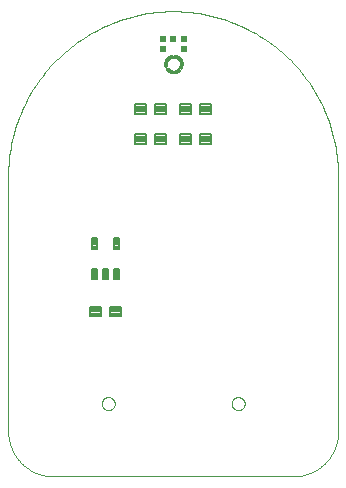
<source format=gtp>
G75*
%MOIN*%
%OFA0B0*%
%FSLAX25Y25*%
%IPPOS*%
%LPD*%
%AMOC8*
5,1,8,0,0,1.08239X$1,22.5*
%
%ADD10C,0.00000*%
%ADD11C,0.00787*%
%ADD12C,0.00709*%
%ADD13R,0.02362X0.02055*%
%ADD14C,0.00100*%
D10*
X0001300Y0016300D02*
X0001300Y0101300D01*
X0001316Y0102639D01*
X0001365Y0103978D01*
X0001447Y0105315D01*
X0001561Y0106649D01*
X0001707Y0107981D01*
X0001886Y0109308D01*
X0002097Y0110631D01*
X0002341Y0111948D01*
X0002616Y0113259D01*
X0002923Y0114562D01*
X0003262Y0115858D01*
X0003632Y0117145D01*
X0004033Y0118423D01*
X0004466Y0119691D01*
X0004929Y0120948D01*
X0005423Y0122193D01*
X0005947Y0123426D01*
X0006500Y0124645D01*
X0007084Y0125851D01*
X0007696Y0127042D01*
X0008337Y0128218D01*
X0009007Y0129378D01*
X0009705Y0130521D01*
X0010430Y0131647D01*
X0011183Y0132755D01*
X0011962Y0133845D01*
X0012768Y0134915D01*
X0013599Y0135965D01*
X0014456Y0136994D01*
X0015338Y0138003D01*
X0016243Y0138989D01*
X0017173Y0139953D01*
X0018126Y0140895D01*
X0019101Y0141813D01*
X0020099Y0142706D01*
X0021118Y0143576D01*
X0022158Y0144420D01*
X0023218Y0145238D01*
X0024298Y0146031D01*
X0025396Y0146797D01*
X0026514Y0147536D01*
X0027648Y0148248D01*
X0028800Y0148931D01*
X0029968Y0149587D01*
X0031152Y0150214D01*
X0032350Y0150812D01*
X0033563Y0151380D01*
X0034789Y0151919D01*
X0036028Y0152428D01*
X0037279Y0152906D01*
X0038542Y0153354D01*
X0039814Y0153771D01*
X0041097Y0154157D01*
X0042389Y0154512D01*
X0043689Y0154835D01*
X0044996Y0155126D01*
X0046310Y0155385D01*
X0047630Y0155612D01*
X0048955Y0155807D01*
X0050285Y0155970D01*
X0051618Y0156100D01*
X0052953Y0156198D01*
X0054291Y0156263D01*
X0055630Y0156296D01*
X0056970Y0156296D01*
X0058309Y0156263D01*
X0059647Y0156198D01*
X0060982Y0156100D01*
X0062315Y0155970D01*
X0063645Y0155807D01*
X0064970Y0155612D01*
X0066290Y0155385D01*
X0067604Y0155126D01*
X0068911Y0154835D01*
X0070211Y0154512D01*
X0071503Y0154157D01*
X0072786Y0153771D01*
X0074058Y0153354D01*
X0075321Y0152906D01*
X0076572Y0152428D01*
X0077811Y0151919D01*
X0079037Y0151380D01*
X0080250Y0150812D01*
X0081448Y0150214D01*
X0082632Y0149587D01*
X0083800Y0148931D01*
X0084952Y0148248D01*
X0086086Y0147536D01*
X0087204Y0146797D01*
X0088302Y0146031D01*
X0089382Y0145238D01*
X0090442Y0144420D01*
X0091482Y0143576D01*
X0092501Y0142706D01*
X0093499Y0141813D01*
X0094474Y0140895D01*
X0095427Y0139953D01*
X0096357Y0138989D01*
X0097262Y0138003D01*
X0098144Y0136994D01*
X0099001Y0135965D01*
X0099832Y0134915D01*
X0100638Y0133845D01*
X0101417Y0132755D01*
X0102170Y0131647D01*
X0102895Y0130521D01*
X0103593Y0129378D01*
X0104263Y0128218D01*
X0104904Y0127042D01*
X0105516Y0125851D01*
X0106100Y0124645D01*
X0106653Y0123426D01*
X0107177Y0122193D01*
X0107671Y0120948D01*
X0108134Y0119691D01*
X0108567Y0118423D01*
X0108968Y0117145D01*
X0109338Y0115858D01*
X0109677Y0114562D01*
X0109984Y0113259D01*
X0110259Y0111948D01*
X0110503Y0110631D01*
X0110714Y0109308D01*
X0110893Y0107981D01*
X0111039Y0106649D01*
X0111153Y0105315D01*
X0111235Y0103978D01*
X0111284Y0102639D01*
X0111300Y0101300D01*
X0111300Y0016300D01*
X0111296Y0015938D01*
X0111282Y0015575D01*
X0111261Y0015213D01*
X0111230Y0014852D01*
X0111191Y0014492D01*
X0111143Y0014133D01*
X0111086Y0013775D01*
X0111021Y0013418D01*
X0110947Y0013063D01*
X0110864Y0012710D01*
X0110773Y0012359D01*
X0110674Y0012011D01*
X0110566Y0011665D01*
X0110450Y0011321D01*
X0110325Y0010981D01*
X0110193Y0010644D01*
X0110052Y0010310D01*
X0109903Y0009979D01*
X0109746Y0009652D01*
X0109582Y0009329D01*
X0109410Y0009010D01*
X0109230Y0008696D01*
X0109042Y0008385D01*
X0108847Y0008080D01*
X0108645Y0007779D01*
X0108435Y0007483D01*
X0108219Y0007193D01*
X0107995Y0006907D01*
X0107765Y0006627D01*
X0107528Y0006353D01*
X0107284Y0006085D01*
X0107034Y0005822D01*
X0106778Y0005566D01*
X0106515Y0005316D01*
X0106247Y0005072D01*
X0105973Y0004835D01*
X0105693Y0004605D01*
X0105407Y0004381D01*
X0105117Y0004165D01*
X0104821Y0003955D01*
X0104520Y0003753D01*
X0104215Y0003558D01*
X0103904Y0003370D01*
X0103590Y0003190D01*
X0103271Y0003018D01*
X0102948Y0002854D01*
X0102621Y0002697D01*
X0102290Y0002548D01*
X0101956Y0002407D01*
X0101619Y0002275D01*
X0101279Y0002150D01*
X0100935Y0002034D01*
X0100589Y0001926D01*
X0100241Y0001827D01*
X0099890Y0001736D01*
X0099537Y0001653D01*
X0099182Y0001579D01*
X0098825Y0001514D01*
X0098467Y0001457D01*
X0098108Y0001409D01*
X0097748Y0001370D01*
X0097387Y0001339D01*
X0097025Y0001318D01*
X0096662Y0001304D01*
X0096300Y0001300D01*
X0016300Y0001300D01*
X0015938Y0001304D01*
X0015575Y0001318D01*
X0015213Y0001339D01*
X0014852Y0001370D01*
X0014492Y0001409D01*
X0014133Y0001457D01*
X0013775Y0001514D01*
X0013418Y0001579D01*
X0013063Y0001653D01*
X0012710Y0001736D01*
X0012359Y0001827D01*
X0012011Y0001926D01*
X0011665Y0002034D01*
X0011321Y0002150D01*
X0010981Y0002275D01*
X0010644Y0002407D01*
X0010310Y0002548D01*
X0009979Y0002697D01*
X0009652Y0002854D01*
X0009329Y0003018D01*
X0009010Y0003190D01*
X0008696Y0003370D01*
X0008385Y0003558D01*
X0008080Y0003753D01*
X0007779Y0003955D01*
X0007483Y0004165D01*
X0007193Y0004381D01*
X0006907Y0004605D01*
X0006627Y0004835D01*
X0006353Y0005072D01*
X0006085Y0005316D01*
X0005822Y0005566D01*
X0005566Y0005822D01*
X0005316Y0006085D01*
X0005072Y0006353D01*
X0004835Y0006627D01*
X0004605Y0006907D01*
X0004381Y0007193D01*
X0004165Y0007483D01*
X0003955Y0007779D01*
X0003753Y0008080D01*
X0003558Y0008385D01*
X0003370Y0008696D01*
X0003190Y0009010D01*
X0003018Y0009329D01*
X0002854Y0009652D01*
X0002697Y0009979D01*
X0002548Y0010310D01*
X0002407Y0010644D01*
X0002275Y0010981D01*
X0002150Y0011321D01*
X0002034Y0011665D01*
X0001926Y0012011D01*
X0001827Y0012359D01*
X0001736Y0012710D01*
X0001653Y0013063D01*
X0001579Y0013418D01*
X0001514Y0013775D01*
X0001457Y0014133D01*
X0001409Y0014492D01*
X0001370Y0014852D01*
X0001339Y0015213D01*
X0001318Y0015575D01*
X0001304Y0015938D01*
X0001300Y0016300D01*
X0032481Y0025532D02*
X0032483Y0025625D01*
X0032489Y0025717D01*
X0032499Y0025809D01*
X0032513Y0025900D01*
X0032530Y0025991D01*
X0032552Y0026081D01*
X0032577Y0026170D01*
X0032606Y0026258D01*
X0032639Y0026344D01*
X0032676Y0026429D01*
X0032716Y0026513D01*
X0032760Y0026594D01*
X0032807Y0026674D01*
X0032857Y0026752D01*
X0032911Y0026827D01*
X0032968Y0026900D01*
X0033028Y0026970D01*
X0033091Y0027038D01*
X0033157Y0027103D01*
X0033225Y0027165D01*
X0033296Y0027225D01*
X0033370Y0027281D01*
X0033446Y0027334D01*
X0033524Y0027383D01*
X0033604Y0027430D01*
X0033686Y0027472D01*
X0033770Y0027512D01*
X0033855Y0027547D01*
X0033942Y0027579D01*
X0034030Y0027608D01*
X0034119Y0027632D01*
X0034209Y0027653D01*
X0034300Y0027669D01*
X0034392Y0027682D01*
X0034484Y0027691D01*
X0034577Y0027696D01*
X0034669Y0027697D01*
X0034762Y0027694D01*
X0034854Y0027687D01*
X0034946Y0027676D01*
X0035037Y0027661D01*
X0035128Y0027643D01*
X0035218Y0027620D01*
X0035306Y0027594D01*
X0035394Y0027564D01*
X0035480Y0027530D01*
X0035564Y0027493D01*
X0035647Y0027451D01*
X0035728Y0027407D01*
X0035808Y0027359D01*
X0035885Y0027308D01*
X0035959Y0027253D01*
X0036032Y0027195D01*
X0036102Y0027135D01*
X0036169Y0027071D01*
X0036233Y0027005D01*
X0036295Y0026935D01*
X0036353Y0026864D01*
X0036408Y0026790D01*
X0036460Y0026713D01*
X0036509Y0026634D01*
X0036555Y0026554D01*
X0036597Y0026471D01*
X0036635Y0026387D01*
X0036670Y0026301D01*
X0036701Y0026214D01*
X0036728Y0026126D01*
X0036751Y0026036D01*
X0036771Y0025946D01*
X0036787Y0025855D01*
X0036799Y0025763D01*
X0036807Y0025671D01*
X0036811Y0025578D01*
X0036811Y0025486D01*
X0036807Y0025393D01*
X0036799Y0025301D01*
X0036787Y0025209D01*
X0036771Y0025118D01*
X0036751Y0025028D01*
X0036728Y0024938D01*
X0036701Y0024850D01*
X0036670Y0024763D01*
X0036635Y0024677D01*
X0036597Y0024593D01*
X0036555Y0024510D01*
X0036509Y0024430D01*
X0036460Y0024351D01*
X0036408Y0024274D01*
X0036353Y0024200D01*
X0036295Y0024129D01*
X0036233Y0024059D01*
X0036169Y0023993D01*
X0036102Y0023929D01*
X0036032Y0023869D01*
X0035959Y0023811D01*
X0035885Y0023756D01*
X0035808Y0023705D01*
X0035729Y0023657D01*
X0035647Y0023613D01*
X0035564Y0023571D01*
X0035480Y0023534D01*
X0035394Y0023500D01*
X0035306Y0023470D01*
X0035218Y0023444D01*
X0035128Y0023421D01*
X0035037Y0023403D01*
X0034946Y0023388D01*
X0034854Y0023377D01*
X0034762Y0023370D01*
X0034669Y0023367D01*
X0034577Y0023368D01*
X0034484Y0023373D01*
X0034392Y0023382D01*
X0034300Y0023395D01*
X0034209Y0023411D01*
X0034119Y0023432D01*
X0034030Y0023456D01*
X0033942Y0023485D01*
X0033855Y0023517D01*
X0033770Y0023552D01*
X0033686Y0023592D01*
X0033604Y0023634D01*
X0033524Y0023681D01*
X0033446Y0023730D01*
X0033370Y0023783D01*
X0033296Y0023839D01*
X0033225Y0023899D01*
X0033157Y0023961D01*
X0033091Y0024026D01*
X0033028Y0024094D01*
X0032968Y0024164D01*
X0032911Y0024237D01*
X0032857Y0024312D01*
X0032807Y0024390D01*
X0032760Y0024470D01*
X0032716Y0024551D01*
X0032676Y0024635D01*
X0032639Y0024720D01*
X0032606Y0024806D01*
X0032577Y0024894D01*
X0032552Y0024983D01*
X0032530Y0025073D01*
X0032513Y0025164D01*
X0032499Y0025255D01*
X0032489Y0025347D01*
X0032483Y0025439D01*
X0032481Y0025532D01*
X0075789Y0025532D02*
X0075791Y0025625D01*
X0075797Y0025717D01*
X0075807Y0025809D01*
X0075821Y0025900D01*
X0075838Y0025991D01*
X0075860Y0026081D01*
X0075885Y0026170D01*
X0075914Y0026258D01*
X0075947Y0026344D01*
X0075984Y0026429D01*
X0076024Y0026513D01*
X0076068Y0026594D01*
X0076115Y0026674D01*
X0076165Y0026752D01*
X0076219Y0026827D01*
X0076276Y0026900D01*
X0076336Y0026970D01*
X0076399Y0027038D01*
X0076465Y0027103D01*
X0076533Y0027165D01*
X0076604Y0027225D01*
X0076678Y0027281D01*
X0076754Y0027334D01*
X0076832Y0027383D01*
X0076912Y0027430D01*
X0076994Y0027472D01*
X0077078Y0027512D01*
X0077163Y0027547D01*
X0077250Y0027579D01*
X0077338Y0027608D01*
X0077427Y0027632D01*
X0077517Y0027653D01*
X0077608Y0027669D01*
X0077700Y0027682D01*
X0077792Y0027691D01*
X0077885Y0027696D01*
X0077977Y0027697D01*
X0078070Y0027694D01*
X0078162Y0027687D01*
X0078254Y0027676D01*
X0078345Y0027661D01*
X0078436Y0027643D01*
X0078526Y0027620D01*
X0078614Y0027594D01*
X0078702Y0027564D01*
X0078788Y0027530D01*
X0078872Y0027493D01*
X0078955Y0027451D01*
X0079036Y0027407D01*
X0079116Y0027359D01*
X0079193Y0027308D01*
X0079267Y0027253D01*
X0079340Y0027195D01*
X0079410Y0027135D01*
X0079477Y0027071D01*
X0079541Y0027005D01*
X0079603Y0026935D01*
X0079661Y0026864D01*
X0079716Y0026790D01*
X0079768Y0026713D01*
X0079817Y0026634D01*
X0079863Y0026554D01*
X0079905Y0026471D01*
X0079943Y0026387D01*
X0079978Y0026301D01*
X0080009Y0026214D01*
X0080036Y0026126D01*
X0080059Y0026036D01*
X0080079Y0025946D01*
X0080095Y0025855D01*
X0080107Y0025763D01*
X0080115Y0025671D01*
X0080119Y0025578D01*
X0080119Y0025486D01*
X0080115Y0025393D01*
X0080107Y0025301D01*
X0080095Y0025209D01*
X0080079Y0025118D01*
X0080059Y0025028D01*
X0080036Y0024938D01*
X0080009Y0024850D01*
X0079978Y0024763D01*
X0079943Y0024677D01*
X0079905Y0024593D01*
X0079863Y0024510D01*
X0079817Y0024430D01*
X0079768Y0024351D01*
X0079716Y0024274D01*
X0079661Y0024200D01*
X0079603Y0024129D01*
X0079541Y0024059D01*
X0079477Y0023993D01*
X0079410Y0023929D01*
X0079340Y0023869D01*
X0079267Y0023811D01*
X0079193Y0023756D01*
X0079116Y0023705D01*
X0079037Y0023657D01*
X0078955Y0023613D01*
X0078872Y0023571D01*
X0078788Y0023534D01*
X0078702Y0023500D01*
X0078614Y0023470D01*
X0078526Y0023444D01*
X0078436Y0023421D01*
X0078345Y0023403D01*
X0078254Y0023388D01*
X0078162Y0023377D01*
X0078070Y0023370D01*
X0077977Y0023367D01*
X0077885Y0023368D01*
X0077792Y0023373D01*
X0077700Y0023382D01*
X0077608Y0023395D01*
X0077517Y0023411D01*
X0077427Y0023432D01*
X0077338Y0023456D01*
X0077250Y0023485D01*
X0077163Y0023517D01*
X0077078Y0023552D01*
X0076994Y0023592D01*
X0076912Y0023634D01*
X0076832Y0023681D01*
X0076754Y0023730D01*
X0076678Y0023783D01*
X0076604Y0023839D01*
X0076533Y0023899D01*
X0076465Y0023961D01*
X0076399Y0024026D01*
X0076336Y0024094D01*
X0076276Y0024164D01*
X0076219Y0024237D01*
X0076165Y0024312D01*
X0076115Y0024390D01*
X0076068Y0024470D01*
X0076024Y0024551D01*
X0075984Y0024635D01*
X0075947Y0024720D01*
X0075914Y0024806D01*
X0075885Y0024894D01*
X0075860Y0024983D01*
X0075838Y0025073D01*
X0075821Y0025164D01*
X0075807Y0025255D01*
X0075797Y0025347D01*
X0075791Y0025439D01*
X0075789Y0025532D01*
D11*
X0038918Y0054725D02*
X0035374Y0054725D01*
X0035374Y0057875D01*
X0038918Y0057875D01*
X0038918Y0054725D01*
X0038918Y0055511D02*
X0035374Y0055511D01*
X0035374Y0056297D02*
X0038918Y0056297D01*
X0038918Y0057083D02*
X0035374Y0057083D01*
X0035374Y0057869D02*
X0038918Y0057869D01*
X0032226Y0054725D02*
X0028682Y0054725D01*
X0028682Y0057875D01*
X0032226Y0057875D01*
X0032226Y0054725D01*
X0032226Y0055511D02*
X0028682Y0055511D01*
X0028682Y0056297D02*
X0032226Y0056297D01*
X0032226Y0057083D02*
X0028682Y0057083D01*
X0028682Y0057869D02*
X0032226Y0057869D01*
X0043682Y0112225D02*
X0047226Y0112225D01*
X0043682Y0112225D02*
X0043682Y0115375D01*
X0047226Y0115375D01*
X0047226Y0112225D01*
X0047226Y0113011D02*
X0043682Y0113011D01*
X0043682Y0113797D02*
X0047226Y0113797D01*
X0047226Y0114583D02*
X0043682Y0114583D01*
X0043682Y0115369D02*
X0047226Y0115369D01*
X0050374Y0112225D02*
X0053918Y0112225D01*
X0050374Y0112225D02*
X0050374Y0115375D01*
X0053918Y0115375D01*
X0053918Y0112225D01*
X0053918Y0113011D02*
X0050374Y0113011D01*
X0050374Y0113797D02*
X0053918Y0113797D01*
X0053918Y0114583D02*
X0050374Y0114583D01*
X0050374Y0115369D02*
X0053918Y0115369D01*
X0053918Y0122225D02*
X0050374Y0122225D01*
X0050374Y0125375D01*
X0053918Y0125375D01*
X0053918Y0122225D01*
X0053918Y0123011D02*
X0050374Y0123011D01*
X0050374Y0123797D02*
X0053918Y0123797D01*
X0053918Y0124583D02*
X0050374Y0124583D01*
X0050374Y0125369D02*
X0053918Y0125369D01*
X0058682Y0122225D02*
X0062226Y0122225D01*
X0058682Y0122225D02*
X0058682Y0125375D01*
X0062226Y0125375D01*
X0062226Y0122225D01*
X0062226Y0123011D02*
X0058682Y0123011D01*
X0058682Y0123797D02*
X0062226Y0123797D01*
X0062226Y0124583D02*
X0058682Y0124583D01*
X0058682Y0125369D02*
X0062226Y0125369D01*
X0065374Y0122225D02*
X0068918Y0122225D01*
X0065374Y0122225D02*
X0065374Y0125375D01*
X0068918Y0125375D01*
X0068918Y0122225D01*
X0068918Y0123011D02*
X0065374Y0123011D01*
X0065374Y0123797D02*
X0068918Y0123797D01*
X0068918Y0124583D02*
X0065374Y0124583D01*
X0065374Y0125369D02*
X0068918Y0125369D01*
X0068918Y0112225D02*
X0065374Y0112225D01*
X0065374Y0115375D01*
X0068918Y0115375D01*
X0068918Y0112225D01*
X0068918Y0113011D02*
X0065374Y0113011D01*
X0065374Y0113797D02*
X0068918Y0113797D01*
X0068918Y0114583D02*
X0065374Y0114583D01*
X0065374Y0115369D02*
X0068918Y0115369D01*
X0062226Y0112225D02*
X0058682Y0112225D01*
X0058682Y0115375D01*
X0062226Y0115375D01*
X0062226Y0112225D01*
X0062226Y0113011D02*
X0058682Y0113011D01*
X0058682Y0113797D02*
X0062226Y0113797D01*
X0062226Y0114583D02*
X0058682Y0114583D01*
X0058682Y0115369D02*
X0062226Y0115369D01*
X0047226Y0122225D02*
X0043682Y0122225D01*
X0043682Y0125375D01*
X0047226Y0125375D01*
X0047226Y0122225D01*
X0047226Y0123011D02*
X0043682Y0123011D01*
X0043682Y0123797D02*
X0047226Y0123797D01*
X0047226Y0124583D02*
X0043682Y0124583D01*
X0043682Y0125369D02*
X0047226Y0125369D01*
D12*
X0038367Y0077205D02*
X0036713Y0077205D01*
X0036713Y0080631D01*
X0038367Y0080631D01*
X0038367Y0077205D01*
X0038367Y0077913D02*
X0036713Y0077913D01*
X0036713Y0078621D02*
X0038367Y0078621D01*
X0038367Y0079329D02*
X0036713Y0079329D01*
X0036713Y0080037D02*
X0038367Y0080037D01*
X0038367Y0066969D02*
X0036713Y0066969D01*
X0036713Y0070395D01*
X0038367Y0070395D01*
X0038367Y0066969D01*
X0038367Y0067677D02*
X0036713Y0067677D01*
X0036713Y0068385D02*
X0038367Y0068385D01*
X0038367Y0069093D02*
X0036713Y0069093D01*
X0036713Y0069801D02*
X0038367Y0069801D01*
X0034627Y0066969D02*
X0032973Y0066969D01*
X0032973Y0070395D01*
X0034627Y0070395D01*
X0034627Y0066969D01*
X0034627Y0067677D02*
X0032973Y0067677D01*
X0032973Y0068385D02*
X0034627Y0068385D01*
X0034627Y0069093D02*
X0032973Y0069093D01*
X0032973Y0069801D02*
X0034627Y0069801D01*
X0030887Y0066969D02*
X0029233Y0066969D01*
X0029233Y0070395D01*
X0030887Y0070395D01*
X0030887Y0066969D01*
X0030887Y0067677D02*
X0029233Y0067677D01*
X0029233Y0068385D02*
X0030887Y0068385D01*
X0030887Y0069093D02*
X0029233Y0069093D01*
X0029233Y0069801D02*
X0030887Y0069801D01*
X0030887Y0077205D02*
X0029233Y0077205D01*
X0029233Y0080631D01*
X0030887Y0080631D01*
X0030887Y0077205D01*
X0030887Y0077913D02*
X0029233Y0077913D01*
X0029233Y0078621D02*
X0030887Y0078621D01*
X0030887Y0079329D02*
X0029233Y0079329D01*
X0029233Y0080037D02*
X0030887Y0080037D01*
D13*
X0052757Y0143729D03*
X0052757Y0146965D03*
X0056300Y0146965D03*
X0059843Y0146965D03*
X0059843Y0143729D03*
D14*
X0058851Y0137186D02*
X0058139Y0137737D01*
X0058140Y0137737D02*
X0058190Y0137809D01*
X0058237Y0137882D01*
X0058281Y0137958D01*
X0058321Y0138036D01*
X0058358Y0138115D01*
X0058392Y0138196D01*
X0058422Y0138278D01*
X0058448Y0138361D01*
X0058470Y0138446D01*
X0058489Y0138531D01*
X0058504Y0138617D01*
X0058516Y0138704D01*
X0058523Y0138791D01*
X0058527Y0138879D01*
X0058526Y0138966D01*
X0058522Y0139053D01*
X0058514Y0139140D01*
X0058503Y0139227D01*
X0058487Y0139313D01*
X0058468Y0139398D01*
X0058445Y0139483D01*
X0058418Y0139566D01*
X0058388Y0139648D01*
X0058354Y0139729D01*
X0058317Y0139808D01*
X0058276Y0139885D01*
X0058232Y0139961D01*
X0058184Y0140034D01*
X0058134Y0140105D01*
X0058080Y0140174D01*
X0058023Y0140241D01*
X0057964Y0140305D01*
X0057901Y0140366D01*
X0057836Y0140425D01*
X0057769Y0140481D01*
X0057699Y0140533D01*
X0057627Y0140583D01*
X0057553Y0140629D01*
X0057477Y0140672D01*
X0057399Y0140712D01*
X0057319Y0140748D01*
X0057238Y0140781D01*
X0057156Y0140810D01*
X0057072Y0140835D01*
X0056987Y0140857D01*
X0056902Y0140875D01*
X0056815Y0140889D01*
X0056729Y0140900D01*
X0056641Y0140906D01*
X0056554Y0140909D01*
X0056539Y0141808D01*
X0056540Y0141809D01*
X0056646Y0141807D01*
X0056753Y0141801D01*
X0056859Y0141791D01*
X0056965Y0141777D01*
X0057070Y0141759D01*
X0057174Y0141738D01*
X0057277Y0141712D01*
X0057380Y0141683D01*
X0057481Y0141650D01*
X0057581Y0141613D01*
X0057680Y0141573D01*
X0057777Y0141529D01*
X0057872Y0141481D01*
X0057966Y0141430D01*
X0058057Y0141376D01*
X0058147Y0141318D01*
X0058234Y0141257D01*
X0058319Y0141193D01*
X0058402Y0141126D01*
X0058482Y0141055D01*
X0058560Y0140982D01*
X0058634Y0140906D01*
X0058706Y0140827D01*
X0058775Y0140746D01*
X0058841Y0140662D01*
X0058904Y0140576D01*
X0058963Y0140488D01*
X0059019Y0140397D01*
X0059072Y0140305D01*
X0059122Y0140210D01*
X0059168Y0140114D01*
X0059210Y0140016D01*
X0059249Y0139917D01*
X0059284Y0139816D01*
X0059315Y0139715D01*
X0059342Y0139612D01*
X0059366Y0139508D01*
X0059386Y0139403D01*
X0059402Y0139298D01*
X0059414Y0139192D01*
X0059422Y0139086D01*
X0059426Y0138979D01*
X0059427Y0138872D01*
X0059423Y0138766D01*
X0059416Y0138660D01*
X0059404Y0138554D01*
X0059389Y0138448D01*
X0059370Y0138343D01*
X0059347Y0138239D01*
X0059320Y0138136D01*
X0059289Y0138034D01*
X0059255Y0137933D01*
X0059217Y0137834D01*
X0059175Y0137736D01*
X0059129Y0137639D01*
X0059081Y0137545D01*
X0059028Y0137452D01*
X0058973Y0137361D01*
X0058914Y0137272D01*
X0058851Y0137186D01*
X0058777Y0137243D01*
X0058838Y0137328D01*
X0058896Y0137416D01*
X0058951Y0137505D01*
X0059002Y0137597D01*
X0059050Y0137690D01*
X0059094Y0137785D01*
X0059134Y0137882D01*
X0059171Y0137980D01*
X0059205Y0138079D01*
X0059234Y0138180D01*
X0059260Y0138281D01*
X0059282Y0138384D01*
X0059300Y0138487D01*
X0059314Y0138591D01*
X0059324Y0138695D01*
X0059331Y0138800D01*
X0059333Y0138904D01*
X0059331Y0139009D01*
X0059326Y0139114D01*
X0059317Y0139218D01*
X0059304Y0139322D01*
X0059286Y0139425D01*
X0059265Y0139528D01*
X0059241Y0139630D01*
X0059212Y0139731D01*
X0059180Y0139830D01*
X0059144Y0139929D01*
X0059104Y0140026D01*
X0059061Y0140121D01*
X0059014Y0140215D01*
X0058963Y0140307D01*
X0058910Y0140397D01*
X0058853Y0140485D01*
X0058792Y0140570D01*
X0058729Y0140654D01*
X0058662Y0140735D01*
X0058593Y0140813D01*
X0058520Y0140889D01*
X0058445Y0140962D01*
X0058367Y0141032D01*
X0058287Y0141099D01*
X0058204Y0141163D01*
X0058118Y0141224D01*
X0058031Y0141282D01*
X0057941Y0141336D01*
X0057850Y0141387D01*
X0057756Y0141434D01*
X0057661Y0141478D01*
X0057564Y0141519D01*
X0057466Y0141555D01*
X0057367Y0141588D01*
X0057266Y0141618D01*
X0057165Y0141643D01*
X0057062Y0141665D01*
X0056959Y0141683D01*
X0056855Y0141697D01*
X0056751Y0141707D01*
X0056646Y0141713D01*
X0056541Y0141715D01*
X0056543Y0141621D01*
X0056646Y0141619D01*
X0056748Y0141613D01*
X0056851Y0141602D01*
X0056953Y0141589D01*
X0057054Y0141571D01*
X0057155Y0141549D01*
X0057255Y0141523D01*
X0057353Y0141494D01*
X0057451Y0141461D01*
X0057547Y0141424D01*
X0057642Y0141384D01*
X0057735Y0141340D01*
X0057826Y0141293D01*
X0057916Y0141242D01*
X0058003Y0141188D01*
X0058089Y0141130D01*
X0058172Y0141069D01*
X0058253Y0141005D01*
X0058331Y0140938D01*
X0058407Y0140869D01*
X0058479Y0140796D01*
X0058550Y0140721D01*
X0058617Y0140643D01*
X0058681Y0140562D01*
X0058742Y0140479D01*
X0058800Y0140394D01*
X0058855Y0140307D01*
X0058906Y0140217D01*
X0058954Y0140126D01*
X0058998Y0140033D01*
X0059039Y0139939D01*
X0059076Y0139843D01*
X0059109Y0139745D01*
X0059139Y0139647D01*
X0059165Y0139547D01*
X0059187Y0139447D01*
X0059205Y0139345D01*
X0059219Y0139243D01*
X0059230Y0139141D01*
X0059236Y0139038D01*
X0059239Y0138935D01*
X0059238Y0138832D01*
X0059232Y0138729D01*
X0059223Y0138627D01*
X0059210Y0138525D01*
X0059194Y0138423D01*
X0059173Y0138322D01*
X0059148Y0138222D01*
X0059120Y0138123D01*
X0059088Y0138025D01*
X0059052Y0137929D01*
X0059013Y0137834D01*
X0058970Y0137740D01*
X0058923Y0137648D01*
X0058873Y0137558D01*
X0058820Y0137470D01*
X0058763Y0137385D01*
X0058703Y0137301D01*
X0058629Y0137358D01*
X0058687Y0137441D01*
X0058743Y0137525D01*
X0058795Y0137612D01*
X0058844Y0137700D01*
X0058889Y0137790D01*
X0058931Y0137882D01*
X0058969Y0137976D01*
X0059004Y0138071D01*
X0059035Y0138167D01*
X0059062Y0138264D01*
X0059085Y0138363D01*
X0059105Y0138462D01*
X0059121Y0138562D01*
X0059133Y0138662D01*
X0059140Y0138763D01*
X0059144Y0138864D01*
X0059145Y0138965D01*
X0059141Y0139066D01*
X0059133Y0139167D01*
X0059121Y0139267D01*
X0059106Y0139367D01*
X0059087Y0139466D01*
X0059063Y0139564D01*
X0059036Y0139662D01*
X0059006Y0139758D01*
X0058971Y0139853D01*
X0058933Y0139947D01*
X0058892Y0140039D01*
X0058846Y0140129D01*
X0058798Y0140218D01*
X0058746Y0140304D01*
X0058690Y0140389D01*
X0058632Y0140471D01*
X0058570Y0140551D01*
X0058505Y0140629D01*
X0058437Y0140704D01*
X0058367Y0140776D01*
X0058293Y0140846D01*
X0058218Y0140912D01*
X0058139Y0140976D01*
X0058058Y0141036D01*
X0057975Y0141094D01*
X0057890Y0141148D01*
X0057802Y0141199D01*
X0057713Y0141246D01*
X0057622Y0141290D01*
X0057529Y0141330D01*
X0057435Y0141367D01*
X0057339Y0141400D01*
X0057243Y0141429D01*
X0057145Y0141455D01*
X0057046Y0141476D01*
X0056947Y0141494D01*
X0056847Y0141508D01*
X0056746Y0141518D01*
X0056645Y0141525D01*
X0056544Y0141527D01*
X0056546Y0141433D01*
X0056645Y0141431D01*
X0056744Y0141424D01*
X0056842Y0141414D01*
X0056940Y0141400D01*
X0057038Y0141382D01*
X0057134Y0141361D01*
X0057230Y0141335D01*
X0057325Y0141306D01*
X0057418Y0141273D01*
X0057510Y0141236D01*
X0057601Y0141196D01*
X0057690Y0141152D01*
X0057777Y0141105D01*
X0057862Y0141054D01*
X0057945Y0141000D01*
X0058026Y0140943D01*
X0058105Y0140883D01*
X0058181Y0140820D01*
X0058255Y0140753D01*
X0058326Y0140684D01*
X0058394Y0140612D01*
X0058459Y0140538D01*
X0058522Y0140461D01*
X0058581Y0140381D01*
X0058637Y0140300D01*
X0058690Y0140216D01*
X0058739Y0140130D01*
X0058785Y0140042D01*
X0058828Y0139953D01*
X0058867Y0139862D01*
X0058902Y0139769D01*
X0058934Y0139675D01*
X0058962Y0139580D01*
X0058986Y0139484D01*
X0059007Y0139387D01*
X0059023Y0139289D01*
X0059036Y0139191D01*
X0059045Y0139092D01*
X0059050Y0138993D01*
X0059051Y0138894D01*
X0059048Y0138795D01*
X0059041Y0138696D01*
X0059031Y0138598D01*
X0059016Y0138500D01*
X0058998Y0138402D01*
X0058976Y0138306D01*
X0058950Y0138210D01*
X0058920Y0138116D01*
X0058887Y0138022D01*
X0058850Y0137930D01*
X0058809Y0137840D01*
X0058765Y0137751D01*
X0058717Y0137664D01*
X0058666Y0137580D01*
X0058612Y0137497D01*
X0058554Y0137416D01*
X0058480Y0137474D01*
X0058536Y0137553D01*
X0058589Y0137634D01*
X0058639Y0137717D01*
X0058685Y0137803D01*
X0058728Y0137890D01*
X0058768Y0137978D01*
X0058803Y0138068D01*
X0058836Y0138160D01*
X0058864Y0138253D01*
X0058889Y0138347D01*
X0058910Y0138441D01*
X0058927Y0138537D01*
X0058940Y0138633D01*
X0058950Y0138730D01*
X0058955Y0138827D01*
X0058957Y0138924D01*
X0058955Y0139021D01*
X0058949Y0139118D01*
X0058939Y0139214D01*
X0058925Y0139310D01*
X0058907Y0139406D01*
X0058886Y0139500D01*
X0058860Y0139594D01*
X0058831Y0139687D01*
X0058799Y0139778D01*
X0058762Y0139868D01*
X0058723Y0139957D01*
X0058679Y0140043D01*
X0058632Y0140128D01*
X0058582Y0140211D01*
X0058529Y0140292D01*
X0058472Y0140371D01*
X0058412Y0140448D01*
X0058349Y0140522D01*
X0058283Y0140593D01*
X0058215Y0140662D01*
X0058144Y0140728D01*
X0058070Y0140791D01*
X0057994Y0140851D01*
X0057915Y0140907D01*
X0057834Y0140961D01*
X0057751Y0141012D01*
X0057666Y0141059D01*
X0057579Y0141102D01*
X0057491Y0141142D01*
X0057401Y0141179D01*
X0057310Y0141212D01*
X0057217Y0141241D01*
X0057124Y0141266D01*
X0057029Y0141288D01*
X0056934Y0141306D01*
X0056838Y0141320D01*
X0056741Y0141330D01*
X0056644Y0141337D01*
X0056547Y0141339D01*
X0056549Y0141245D01*
X0056644Y0141242D01*
X0056738Y0141236D01*
X0056833Y0141226D01*
X0056927Y0141212D01*
X0057020Y0141194D01*
X0057112Y0141172D01*
X0057204Y0141147D01*
X0057294Y0141118D01*
X0057383Y0141085D01*
X0057471Y0141049D01*
X0057557Y0141009D01*
X0057642Y0140965D01*
X0057724Y0140918D01*
X0057805Y0140868D01*
X0057883Y0140815D01*
X0057960Y0140758D01*
X0058033Y0140699D01*
X0058105Y0140636D01*
X0058174Y0140571D01*
X0058240Y0140502D01*
X0058303Y0140432D01*
X0058363Y0140358D01*
X0058420Y0140283D01*
X0058475Y0140204D01*
X0058525Y0140124D01*
X0058573Y0140042D01*
X0058617Y0139958D01*
X0058658Y0139872D01*
X0058695Y0139785D01*
X0058729Y0139696D01*
X0058759Y0139606D01*
X0058785Y0139515D01*
X0058807Y0139423D01*
X0058826Y0139329D01*
X0058841Y0139236D01*
X0058852Y0139141D01*
X0058859Y0139047D01*
X0058863Y0138952D01*
X0058862Y0138857D01*
X0058858Y0138762D01*
X0058850Y0138667D01*
X0058837Y0138573D01*
X0058822Y0138480D01*
X0058802Y0138387D01*
X0058778Y0138295D01*
X0058751Y0138204D01*
X0058720Y0138114D01*
X0058686Y0138026D01*
X0058647Y0137939D01*
X0058606Y0137853D01*
X0058561Y0137770D01*
X0058512Y0137688D01*
X0058461Y0137609D01*
X0058406Y0137531D01*
X0058331Y0137589D01*
X0058385Y0137664D01*
X0058435Y0137742D01*
X0058482Y0137822D01*
X0058526Y0137904D01*
X0058566Y0137987D01*
X0058603Y0138073D01*
X0058637Y0138159D01*
X0058666Y0138247D01*
X0058692Y0138336D01*
X0058714Y0138426D01*
X0058733Y0138517D01*
X0058748Y0138609D01*
X0058759Y0138701D01*
X0058766Y0138793D01*
X0058769Y0138886D01*
X0058768Y0138979D01*
X0058764Y0139071D01*
X0058755Y0139164D01*
X0058743Y0139256D01*
X0058727Y0139347D01*
X0058707Y0139438D01*
X0058684Y0139527D01*
X0058657Y0139616D01*
X0058626Y0139704D01*
X0058591Y0139790D01*
X0058553Y0139874D01*
X0058512Y0139957D01*
X0058467Y0140039D01*
X0058419Y0140118D01*
X0058367Y0140195D01*
X0058313Y0140270D01*
X0058255Y0140343D01*
X0058194Y0140413D01*
X0058131Y0140480D01*
X0058065Y0140545D01*
X0057996Y0140607D01*
X0057924Y0140666D01*
X0057850Y0140723D01*
X0057774Y0140776D01*
X0057696Y0140826D01*
X0057616Y0140872D01*
X0057534Y0140915D01*
X0057450Y0140955D01*
X0057365Y0140991D01*
X0057278Y0141024D01*
X0057190Y0141053D01*
X0057100Y0141078D01*
X0057010Y0141100D01*
X0056919Y0141118D01*
X0056828Y0141132D01*
X0056735Y0141142D01*
X0056643Y0141148D01*
X0056550Y0141151D01*
X0056552Y0141057D01*
X0056642Y0141054D01*
X0056732Y0141048D01*
X0056822Y0141038D01*
X0056912Y0141024D01*
X0057000Y0141006D01*
X0057088Y0140984D01*
X0057175Y0140959D01*
X0057261Y0140930D01*
X0057345Y0140898D01*
X0057428Y0140862D01*
X0057510Y0140822D01*
X0057589Y0140779D01*
X0057667Y0140733D01*
X0057743Y0140684D01*
X0057816Y0140631D01*
X0057888Y0140575D01*
X0057957Y0140517D01*
X0058023Y0140455D01*
X0058087Y0140391D01*
X0058148Y0140324D01*
X0058206Y0140254D01*
X0058261Y0140183D01*
X0058313Y0140109D01*
X0058361Y0140032D01*
X0058407Y0139954D01*
X0058449Y0139874D01*
X0058488Y0139792D01*
X0058523Y0139709D01*
X0058555Y0139624D01*
X0058583Y0139538D01*
X0058607Y0139451D01*
X0058628Y0139363D01*
X0058645Y0139274D01*
X0058658Y0139185D01*
X0058668Y0139095D01*
X0058673Y0139004D01*
X0058675Y0138914D01*
X0058673Y0138823D01*
X0058667Y0138733D01*
X0058657Y0138643D01*
X0058644Y0138554D01*
X0058627Y0138465D01*
X0058606Y0138377D01*
X0058581Y0138290D01*
X0058553Y0138204D01*
X0058521Y0138119D01*
X0058485Y0138036D01*
X0058446Y0137954D01*
X0058404Y0137874D01*
X0058358Y0137796D01*
X0058309Y0137720D01*
X0058257Y0137646D01*
X0058183Y0137704D01*
X0058234Y0137777D01*
X0058283Y0137853D01*
X0058328Y0137931D01*
X0058369Y0138011D01*
X0058407Y0138092D01*
X0058442Y0138175D01*
X0058472Y0138260D01*
X0058499Y0138345D01*
X0058523Y0138432D01*
X0058542Y0138520D01*
X0058558Y0138608D01*
X0058569Y0138698D01*
X0058577Y0138787D01*
X0058581Y0138877D01*
X0058580Y0138967D01*
X0058576Y0139057D01*
X0058568Y0139146D01*
X0058556Y0139235D01*
X0058540Y0139324D01*
X0058520Y0139411D01*
X0058497Y0139498D01*
X0058469Y0139584D01*
X0058438Y0139668D01*
X0058403Y0139751D01*
X0058365Y0139832D01*
X0058323Y0139911D01*
X0058278Y0139989D01*
X0058229Y0140065D01*
X0058177Y0140138D01*
X0058122Y0140209D01*
X0058063Y0140277D01*
X0058002Y0140343D01*
X0057938Y0140406D01*
X0057871Y0140466D01*
X0057802Y0140523D01*
X0057730Y0140578D01*
X0057656Y0140628D01*
X0057580Y0140676D01*
X0057502Y0140720D01*
X0057422Y0140761D01*
X0057340Y0140798D01*
X0057256Y0140832D01*
X0057172Y0140861D01*
X0057085Y0140888D01*
X0056998Y0140910D01*
X0056910Y0140928D01*
X0056822Y0140943D01*
X0056733Y0140953D01*
X0056643Y0140960D01*
X0056553Y0140963D01*
X0056018Y0141803D02*
X0056088Y0140906D01*
X0055998Y0140895D01*
X0055909Y0140880D01*
X0055820Y0140861D01*
X0055733Y0140839D01*
X0055646Y0140813D01*
X0055561Y0140783D01*
X0055477Y0140749D01*
X0055394Y0140712D01*
X0055313Y0140671D01*
X0055234Y0140627D01*
X0055157Y0140580D01*
X0055082Y0140529D01*
X0055009Y0140476D01*
X0054939Y0140419D01*
X0054871Y0140359D01*
X0054806Y0140296D01*
X0054743Y0140231D01*
X0054684Y0140163D01*
X0054627Y0140092D01*
X0054573Y0140019D01*
X0054523Y0139944D01*
X0054476Y0139867D01*
X0054432Y0139788D01*
X0054392Y0139707D01*
X0054355Y0139624D01*
X0054321Y0139540D01*
X0054292Y0139455D01*
X0054266Y0139368D01*
X0054243Y0139280D01*
X0054225Y0139192D01*
X0054210Y0139102D01*
X0054199Y0139013D01*
X0054192Y0138922D01*
X0054189Y0138832D01*
X0054190Y0138741D01*
X0054195Y0138651D01*
X0054203Y0138561D01*
X0054215Y0138471D01*
X0054231Y0138382D01*
X0054251Y0138294D01*
X0054275Y0138207D01*
X0054303Y0138121D01*
X0054334Y0138036D01*
X0053504Y0137689D01*
X0053503Y0137688D01*
X0053465Y0137789D01*
X0053431Y0137891D01*
X0053400Y0137994D01*
X0053373Y0138098D01*
X0053350Y0138203D01*
X0053330Y0138309D01*
X0053314Y0138415D01*
X0053302Y0138522D01*
X0053294Y0138629D01*
X0053290Y0138736D01*
X0053289Y0138844D01*
X0053293Y0138951D01*
X0053300Y0139059D01*
X0053311Y0139166D01*
X0053326Y0139272D01*
X0053344Y0139378D01*
X0053367Y0139483D01*
X0053393Y0139588D01*
X0053422Y0139691D01*
X0053456Y0139793D01*
X0053493Y0139894D01*
X0053534Y0139993D01*
X0053578Y0140091D01*
X0053626Y0140188D01*
X0053677Y0140282D01*
X0053731Y0140375D01*
X0053789Y0140466D01*
X0053850Y0140554D01*
X0053914Y0140641D01*
X0053981Y0140725D01*
X0054051Y0140806D01*
X0054124Y0140886D01*
X0054199Y0140962D01*
X0054278Y0141036D01*
X0054358Y0141106D01*
X0054442Y0141174D01*
X0054528Y0141239D01*
X0054616Y0141301D01*
X0054706Y0141359D01*
X0054798Y0141415D01*
X0054892Y0141467D01*
X0054988Y0141515D01*
X0055086Y0141561D01*
X0055185Y0141602D01*
X0055285Y0141640D01*
X0055387Y0141675D01*
X0055490Y0141706D01*
X0055594Y0141733D01*
X0055699Y0141756D01*
X0055805Y0141776D01*
X0055911Y0141792D01*
X0056018Y0141804D01*
X0056025Y0141710D01*
X0055920Y0141698D01*
X0055815Y0141682D01*
X0055710Y0141662D01*
X0055607Y0141639D01*
X0055504Y0141612D01*
X0055403Y0141581D01*
X0055302Y0141547D01*
X0055203Y0141508D01*
X0055106Y0141467D01*
X0055010Y0141421D01*
X0054915Y0141373D01*
X0054823Y0141321D01*
X0054732Y0141265D01*
X0054644Y0141206D01*
X0054558Y0141145D01*
X0054474Y0141080D01*
X0054392Y0141012D01*
X0054313Y0140941D01*
X0054237Y0140867D01*
X0054163Y0140791D01*
X0054093Y0140712D01*
X0054025Y0140630D01*
X0053960Y0140546D01*
X0053898Y0140460D01*
X0053839Y0140371D01*
X0053784Y0140281D01*
X0053732Y0140188D01*
X0053683Y0140094D01*
X0053638Y0139998D01*
X0053597Y0139900D01*
X0053559Y0139801D01*
X0053524Y0139701D01*
X0053493Y0139599D01*
X0053466Y0139496D01*
X0053443Y0139393D01*
X0053423Y0139288D01*
X0053408Y0139183D01*
X0053396Y0139078D01*
X0053388Y0138972D01*
X0053384Y0138866D01*
X0053383Y0138760D01*
X0053387Y0138654D01*
X0053394Y0138548D01*
X0053405Y0138442D01*
X0053421Y0138337D01*
X0053439Y0138233D01*
X0053462Y0138129D01*
X0053488Y0138026D01*
X0053519Y0137925D01*
X0053552Y0137824D01*
X0053590Y0137725D01*
X0053677Y0137761D01*
X0053640Y0137859D01*
X0053607Y0137958D01*
X0053577Y0138059D01*
X0053551Y0138160D01*
X0053529Y0138263D01*
X0053511Y0138366D01*
X0053497Y0138470D01*
X0053486Y0138574D01*
X0053480Y0138678D01*
X0053477Y0138783D01*
X0053478Y0138888D01*
X0053483Y0138992D01*
X0053492Y0139097D01*
X0053505Y0139200D01*
X0053522Y0139304D01*
X0053542Y0139407D01*
X0053566Y0139508D01*
X0053594Y0139609D01*
X0053626Y0139709D01*
X0053661Y0139808D01*
X0053700Y0139905D01*
X0053743Y0140000D01*
X0053789Y0140095D01*
X0053839Y0140187D01*
X0053891Y0140277D01*
X0053948Y0140365D01*
X0054007Y0140452D01*
X0054070Y0140536D01*
X0054136Y0140617D01*
X0054204Y0140696D01*
X0054276Y0140773D01*
X0054350Y0140846D01*
X0054427Y0140917D01*
X0054507Y0140985D01*
X0054589Y0141050D01*
X0054673Y0141112D01*
X0054760Y0141171D01*
X0054849Y0141227D01*
X0054939Y0141279D01*
X0055032Y0141327D01*
X0055127Y0141373D01*
X0055223Y0141415D01*
X0055320Y0141453D01*
X0055419Y0141487D01*
X0055519Y0141518D01*
X0055620Y0141545D01*
X0055722Y0141569D01*
X0055825Y0141588D01*
X0055928Y0141604D01*
X0056033Y0141616D01*
X0056040Y0141522D01*
X0055937Y0141511D01*
X0055835Y0141495D01*
X0055734Y0141475D01*
X0055633Y0141452D01*
X0055534Y0141425D01*
X0055435Y0141394D01*
X0055338Y0141359D01*
X0055242Y0141321D01*
X0055148Y0141279D01*
X0055055Y0141234D01*
X0054964Y0141185D01*
X0054875Y0141133D01*
X0054788Y0141077D01*
X0054703Y0141018D01*
X0054621Y0140956D01*
X0054541Y0140891D01*
X0054463Y0140823D01*
X0054388Y0140752D01*
X0054316Y0140678D01*
X0054246Y0140602D01*
X0054180Y0140523D01*
X0054116Y0140442D01*
X0054056Y0140358D01*
X0053999Y0140272D01*
X0053945Y0140184D01*
X0053895Y0140094D01*
X0053848Y0140002D01*
X0053804Y0139908D01*
X0053764Y0139813D01*
X0053728Y0139716D01*
X0053695Y0139618D01*
X0053666Y0139519D01*
X0053641Y0139419D01*
X0053620Y0139318D01*
X0053602Y0139217D01*
X0053589Y0139114D01*
X0053579Y0139011D01*
X0053573Y0138908D01*
X0053571Y0138805D01*
X0053573Y0138702D01*
X0053579Y0138599D01*
X0053588Y0138496D01*
X0053602Y0138394D01*
X0053619Y0138292D01*
X0053641Y0138191D01*
X0053666Y0138091D01*
X0053695Y0137992D01*
X0053727Y0137894D01*
X0053763Y0137797D01*
X0053850Y0137833D01*
X0053814Y0137929D01*
X0053783Y0138025D01*
X0053754Y0138123D01*
X0053730Y0138222D01*
X0053710Y0138321D01*
X0053693Y0138422D01*
X0053680Y0138522D01*
X0053671Y0138624D01*
X0053666Y0138725D01*
X0053665Y0138827D01*
X0053668Y0138929D01*
X0053675Y0139030D01*
X0053685Y0139131D01*
X0053700Y0139232D01*
X0053718Y0139332D01*
X0053741Y0139431D01*
X0053767Y0139529D01*
X0053797Y0139626D01*
X0053830Y0139722D01*
X0053867Y0139817D01*
X0053908Y0139910D01*
X0053953Y0140002D01*
X0054001Y0140091D01*
X0054052Y0140179D01*
X0054107Y0140265D01*
X0054165Y0140348D01*
X0054226Y0140430D01*
X0054290Y0140508D01*
X0054357Y0140585D01*
X0054427Y0140658D01*
X0054500Y0140729D01*
X0054576Y0140797D01*
X0054654Y0140862D01*
X0054734Y0140924D01*
X0054817Y0140983D01*
X0054902Y0141039D01*
X0054990Y0141091D01*
X0055079Y0141140D01*
X0055170Y0141185D01*
X0055262Y0141227D01*
X0055356Y0141266D01*
X0055452Y0141300D01*
X0055549Y0141331D01*
X0055647Y0141358D01*
X0055746Y0141382D01*
X0055846Y0141401D01*
X0055946Y0141417D01*
X0056047Y0141429D01*
X0056054Y0141335D01*
X0055955Y0141323D01*
X0055856Y0141308D01*
X0055758Y0141288D01*
X0055661Y0141265D01*
X0055564Y0141238D01*
X0055469Y0141207D01*
X0055375Y0141172D01*
X0055283Y0141134D01*
X0055192Y0141092D01*
X0055103Y0141047D01*
X0055016Y0140998D01*
X0054930Y0140945D01*
X0054847Y0140890D01*
X0054766Y0140831D01*
X0054688Y0140769D01*
X0054612Y0140704D01*
X0054538Y0140636D01*
X0054467Y0140565D01*
X0054400Y0140492D01*
X0054335Y0140415D01*
X0054273Y0140337D01*
X0054214Y0140256D01*
X0054159Y0140172D01*
X0054106Y0140087D01*
X0054058Y0140000D01*
X0054012Y0139911D01*
X0053971Y0139820D01*
X0053932Y0139727D01*
X0053898Y0139633D01*
X0053867Y0139538D01*
X0053840Y0139442D01*
X0053817Y0139344D01*
X0053798Y0139246D01*
X0053782Y0139147D01*
X0053771Y0139048D01*
X0053763Y0138948D01*
X0053759Y0138848D01*
X0053760Y0138748D01*
X0053764Y0138648D01*
X0053772Y0138548D01*
X0053784Y0138449D01*
X0053800Y0138350D01*
X0053820Y0138252D01*
X0053843Y0138155D01*
X0053871Y0138059D01*
X0053902Y0137964D01*
X0053937Y0137870D01*
X0054024Y0137906D01*
X0053989Y0137998D01*
X0053959Y0138092D01*
X0053932Y0138186D01*
X0053909Y0138282D01*
X0053890Y0138379D01*
X0053875Y0138476D01*
X0053864Y0138574D01*
X0053857Y0138672D01*
X0053853Y0138770D01*
X0053854Y0138868D01*
X0053858Y0138967D01*
X0053867Y0139065D01*
X0053879Y0139162D01*
X0053896Y0139259D01*
X0053916Y0139356D01*
X0053940Y0139451D01*
X0053968Y0139545D01*
X0054000Y0139638D01*
X0054035Y0139730D01*
X0054074Y0139821D01*
X0054117Y0139909D01*
X0054163Y0139996D01*
X0054212Y0140081D01*
X0054265Y0140164D01*
X0054322Y0140245D01*
X0054381Y0140323D01*
X0054444Y0140399D01*
X0054509Y0140472D01*
X0054578Y0140543D01*
X0054649Y0140611D01*
X0054723Y0140676D01*
X0054799Y0140738D01*
X0054878Y0140796D01*
X0054959Y0140852D01*
X0055043Y0140904D01*
X0055128Y0140953D01*
X0055215Y0140999D01*
X0055304Y0141041D01*
X0055395Y0141079D01*
X0055487Y0141113D01*
X0055580Y0141144D01*
X0055675Y0141171D01*
X0055770Y0141195D01*
X0055867Y0141214D01*
X0055964Y0141230D01*
X0056062Y0141241D01*
X0056069Y0141147D01*
X0055973Y0141136D01*
X0055878Y0141120D01*
X0055783Y0141101D01*
X0055689Y0141078D01*
X0055597Y0141051D01*
X0055505Y0141020D01*
X0055415Y0140985D01*
X0055326Y0140947D01*
X0055239Y0140905D01*
X0055154Y0140860D01*
X0055070Y0140811D01*
X0054989Y0140759D01*
X0054910Y0140703D01*
X0054833Y0140645D01*
X0054759Y0140583D01*
X0054687Y0140518D01*
X0054618Y0140451D01*
X0054552Y0140380D01*
X0054489Y0140307D01*
X0054429Y0140231D01*
X0054372Y0140153D01*
X0054318Y0140073D01*
X0054268Y0139991D01*
X0054221Y0139906D01*
X0054177Y0139820D01*
X0054137Y0139732D01*
X0054101Y0139642D01*
X0054069Y0139551D01*
X0054040Y0139459D01*
X0054015Y0139366D01*
X0053994Y0139271D01*
X0053977Y0139176D01*
X0053963Y0139081D01*
X0053954Y0138984D01*
X0053948Y0138888D01*
X0053947Y0138791D01*
X0053950Y0138695D01*
X0053956Y0138598D01*
X0053966Y0138502D01*
X0053981Y0138407D01*
X0053999Y0138312D01*
X0054021Y0138218D01*
X0054047Y0138125D01*
X0054077Y0138033D01*
X0054110Y0137942D01*
X0054197Y0137979D01*
X0054165Y0138065D01*
X0054137Y0138154D01*
X0054112Y0138243D01*
X0054091Y0138333D01*
X0054073Y0138424D01*
X0054059Y0138516D01*
X0054050Y0138608D01*
X0054043Y0138700D01*
X0054041Y0138793D01*
X0054042Y0138886D01*
X0054048Y0138978D01*
X0054057Y0139071D01*
X0054070Y0139162D01*
X0054086Y0139253D01*
X0054106Y0139344D01*
X0054130Y0139433D01*
X0054158Y0139522D01*
X0054189Y0139609D01*
X0054224Y0139695D01*
X0054262Y0139779D01*
X0054304Y0139862D01*
X0054349Y0139943D01*
X0054397Y0140022D01*
X0054449Y0140099D01*
X0054503Y0140174D01*
X0054561Y0140247D01*
X0054622Y0140317D01*
X0054685Y0140384D01*
X0054751Y0140449D01*
X0054820Y0140512D01*
X0054891Y0140571D01*
X0054965Y0140627D01*
X0055041Y0140680D01*
X0055119Y0140731D01*
X0055199Y0140777D01*
X0055280Y0140821D01*
X0055364Y0140861D01*
X0055449Y0140898D01*
X0055535Y0140931D01*
X0055623Y0140961D01*
X0055712Y0140987D01*
X0055802Y0141009D01*
X0055893Y0141028D01*
X0055984Y0141043D01*
X0056076Y0141054D01*
X0056084Y0140960D01*
X0055994Y0140949D01*
X0055904Y0140934D01*
X0055815Y0140916D01*
X0055727Y0140893D01*
X0055640Y0140868D01*
X0055554Y0140838D01*
X0055470Y0140805D01*
X0055387Y0140768D01*
X0055306Y0140728D01*
X0055226Y0140685D01*
X0055148Y0140638D01*
X0055072Y0140588D01*
X0054999Y0140535D01*
X0054927Y0140479D01*
X0054858Y0140420D01*
X0054792Y0140358D01*
X0054728Y0140294D01*
X0054667Y0140226D01*
X0054609Y0140157D01*
X0054554Y0140085D01*
X0054502Y0140010D01*
X0054453Y0139934D01*
X0054407Y0139856D01*
X0054365Y0139775D01*
X0054326Y0139693D01*
X0054290Y0139610D01*
X0054258Y0139525D01*
X0054230Y0139439D01*
X0054205Y0139351D01*
X0054184Y0139263D01*
X0054167Y0139174D01*
X0054153Y0139084D01*
X0054143Y0138994D01*
X0054137Y0138904D01*
X0054135Y0138813D01*
X0054137Y0138722D01*
X0054142Y0138632D01*
X0054151Y0138541D01*
X0054164Y0138452D01*
X0054180Y0138362D01*
X0054201Y0138274D01*
X0054225Y0138186D01*
X0054253Y0138100D01*
X0054284Y0138015D01*
X0053757Y0137174D02*
X0054560Y0137582D01*
X0054559Y0137582D02*
X0054603Y0137504D01*
X0054651Y0137428D01*
X0054702Y0137355D01*
X0054757Y0137283D01*
X0054814Y0137215D01*
X0054874Y0137149D01*
X0054938Y0137085D01*
X0055004Y0137025D01*
X0055073Y0136968D01*
X0055144Y0136913D01*
X0055217Y0136862D01*
X0055293Y0136814D01*
X0055371Y0136770D01*
X0055450Y0136729D01*
X0055532Y0136692D01*
X0055615Y0136658D01*
X0055699Y0136629D01*
X0055785Y0136603D01*
X0055872Y0136580D01*
X0055959Y0136562D01*
X0056048Y0136548D01*
X0056136Y0136537D01*
X0056226Y0136531D01*
X0056315Y0136528D01*
X0056405Y0136530D01*
X0056494Y0136535D01*
X0056583Y0136544D01*
X0056672Y0136558D01*
X0056759Y0136575D01*
X0056846Y0136596D01*
X0056932Y0136621D01*
X0057017Y0136650D01*
X0057100Y0136683D01*
X0057182Y0136719D01*
X0057262Y0136759D01*
X0057341Y0136802D01*
X0057417Y0136849D01*
X0057491Y0136899D01*
X0057563Y0136953D01*
X0057632Y0137010D01*
X0057699Y0137069D01*
X0057763Y0137132D01*
X0057824Y0137197D01*
X0057883Y0137265D01*
X0058593Y0136713D01*
X0058593Y0136712D01*
X0058525Y0136631D01*
X0058454Y0136552D01*
X0058380Y0136475D01*
X0058303Y0136402D01*
X0058223Y0136331D01*
X0058141Y0136263D01*
X0058057Y0136198D01*
X0057970Y0136136D01*
X0057881Y0136078D01*
X0057790Y0136023D01*
X0057697Y0135971D01*
X0057603Y0135922D01*
X0057506Y0135878D01*
X0057408Y0135836D01*
X0057308Y0135798D01*
X0057208Y0135764D01*
X0057106Y0135734D01*
X0057002Y0135707D01*
X0056899Y0135685D01*
X0056794Y0135666D01*
X0056688Y0135651D01*
X0056583Y0135639D01*
X0056476Y0135632D01*
X0056370Y0135628D01*
X0056264Y0135629D01*
X0056157Y0135633D01*
X0056051Y0135641D01*
X0055945Y0135653D01*
X0055840Y0135669D01*
X0055736Y0135689D01*
X0055632Y0135712D01*
X0055529Y0135740D01*
X0055427Y0135771D01*
X0055326Y0135805D01*
X0055227Y0135844D01*
X0055129Y0135886D01*
X0055033Y0135931D01*
X0054939Y0135981D01*
X0054846Y0136033D01*
X0054755Y0136089D01*
X0054667Y0136148D01*
X0054581Y0136210D01*
X0054497Y0136276D01*
X0054415Y0136344D01*
X0054336Y0136415D01*
X0054260Y0136490D01*
X0054186Y0136567D01*
X0054116Y0136646D01*
X0054048Y0136728D01*
X0053983Y0136813D01*
X0053922Y0136900D01*
X0053864Y0136989D01*
X0053809Y0137080D01*
X0053757Y0137173D01*
X0053841Y0137216D01*
X0053892Y0137124D01*
X0053946Y0137034D01*
X0054004Y0136947D01*
X0054065Y0136861D01*
X0054129Y0136778D01*
X0054196Y0136698D01*
X0054266Y0136619D01*
X0054339Y0136544D01*
X0054414Y0136471D01*
X0054492Y0136402D01*
X0054573Y0136335D01*
X0054657Y0136271D01*
X0054742Y0136210D01*
X0054830Y0136153D01*
X0054920Y0136099D01*
X0055012Y0136048D01*
X0055105Y0136001D01*
X0055201Y0135957D01*
X0055297Y0135917D01*
X0055396Y0135880D01*
X0055495Y0135848D01*
X0055596Y0135819D01*
X0055698Y0135793D01*
X0055801Y0135772D01*
X0055904Y0135754D01*
X0056008Y0135740D01*
X0056112Y0135730D01*
X0056217Y0135724D01*
X0056322Y0135722D01*
X0056427Y0135724D01*
X0056531Y0135729D01*
X0056636Y0135739D01*
X0056740Y0135752D01*
X0056843Y0135770D01*
X0056946Y0135791D01*
X0057048Y0135816D01*
X0057149Y0135845D01*
X0057249Y0135877D01*
X0057347Y0135913D01*
X0057444Y0135953D01*
X0057540Y0135996D01*
X0057633Y0136043D01*
X0057725Y0136094D01*
X0057815Y0136147D01*
X0057903Y0136205D01*
X0057989Y0136265D01*
X0058073Y0136328D01*
X0058154Y0136395D01*
X0058232Y0136464D01*
X0058308Y0136537D01*
X0058381Y0136612D01*
X0058452Y0136690D01*
X0058519Y0136770D01*
X0058445Y0136828D01*
X0058378Y0136749D01*
X0058309Y0136672D01*
X0058237Y0136598D01*
X0058162Y0136527D01*
X0058084Y0136459D01*
X0058004Y0136394D01*
X0057922Y0136332D01*
X0057837Y0136273D01*
X0057750Y0136217D01*
X0057661Y0136165D01*
X0057570Y0136116D01*
X0057477Y0136071D01*
X0057383Y0136029D01*
X0057287Y0135991D01*
X0057189Y0135956D01*
X0057091Y0135925D01*
X0056991Y0135898D01*
X0056891Y0135875D01*
X0056789Y0135856D01*
X0056687Y0135840D01*
X0056585Y0135828D01*
X0056482Y0135820D01*
X0056378Y0135816D01*
X0056275Y0135816D01*
X0056172Y0135820D01*
X0056069Y0135828D01*
X0055966Y0135840D01*
X0055864Y0135856D01*
X0055763Y0135875D01*
X0055662Y0135898D01*
X0055563Y0135926D01*
X0055464Y0135956D01*
X0055367Y0135991D01*
X0055271Y0136029D01*
X0055176Y0136071D01*
X0055084Y0136117D01*
X0054993Y0136165D01*
X0054904Y0136218D01*
X0054817Y0136273D01*
X0054732Y0136332D01*
X0054649Y0136394D01*
X0054569Y0136460D01*
X0054492Y0136528D01*
X0054417Y0136599D01*
X0054345Y0136673D01*
X0054275Y0136749D01*
X0054209Y0136828D01*
X0054146Y0136910D01*
X0054085Y0136994D01*
X0054028Y0137080D01*
X0053975Y0137168D01*
X0053925Y0137258D01*
X0054008Y0137301D01*
X0054058Y0137212D01*
X0054111Y0137126D01*
X0054167Y0137041D01*
X0054226Y0136959D01*
X0054289Y0136879D01*
X0054355Y0136801D01*
X0054423Y0136726D01*
X0054495Y0136654D01*
X0054569Y0136585D01*
X0054646Y0136518D01*
X0054725Y0136455D01*
X0054807Y0136394D01*
X0054891Y0136337D01*
X0054977Y0136283D01*
X0055065Y0136233D01*
X0055155Y0136186D01*
X0055247Y0136142D01*
X0055340Y0136102D01*
X0055435Y0136066D01*
X0055531Y0136033D01*
X0055629Y0136004D01*
X0055727Y0135979D01*
X0055827Y0135958D01*
X0055927Y0135941D01*
X0056027Y0135927D01*
X0056128Y0135918D01*
X0056230Y0135912D01*
X0056331Y0135910D01*
X0056433Y0135912D01*
X0056534Y0135918D01*
X0056636Y0135928D01*
X0056736Y0135942D01*
X0056836Y0135960D01*
X0056935Y0135981D01*
X0057034Y0136007D01*
X0057131Y0136036D01*
X0057227Y0136069D01*
X0057322Y0136106D01*
X0057415Y0136146D01*
X0057507Y0136190D01*
X0057597Y0136237D01*
X0057685Y0136288D01*
X0057771Y0136342D01*
X0057854Y0136399D01*
X0057936Y0136460D01*
X0058015Y0136524D01*
X0058092Y0136591D01*
X0058166Y0136660D01*
X0058237Y0136733D01*
X0058305Y0136808D01*
X0058371Y0136886D01*
X0058296Y0136943D01*
X0058232Y0136867D01*
X0058165Y0136793D01*
X0058094Y0136722D01*
X0058022Y0136654D01*
X0057946Y0136589D01*
X0057868Y0136526D01*
X0057788Y0136467D01*
X0057705Y0136411D01*
X0057620Y0136359D01*
X0057533Y0136309D01*
X0057444Y0136264D01*
X0057354Y0136221D01*
X0057262Y0136183D01*
X0057168Y0136148D01*
X0057074Y0136116D01*
X0056978Y0136089D01*
X0056881Y0136065D01*
X0056783Y0136045D01*
X0056684Y0136029D01*
X0056585Y0136017D01*
X0056486Y0136009D01*
X0056386Y0136005D01*
X0056286Y0136004D01*
X0056186Y0136008D01*
X0056087Y0136015D01*
X0055988Y0136027D01*
X0055889Y0136042D01*
X0055791Y0136061D01*
X0055694Y0136084D01*
X0055598Y0136111D01*
X0055503Y0136142D01*
X0055409Y0136176D01*
X0055317Y0136214D01*
X0055226Y0136256D01*
X0055137Y0136301D01*
X0055050Y0136350D01*
X0054964Y0136402D01*
X0054881Y0136457D01*
X0054800Y0136516D01*
X0054722Y0136577D01*
X0054646Y0136642D01*
X0054572Y0136710D01*
X0054502Y0136780D01*
X0054434Y0136853D01*
X0054369Y0136929D01*
X0054307Y0137008D01*
X0054249Y0137088D01*
X0054193Y0137171D01*
X0054141Y0137257D01*
X0054092Y0137344D01*
X0054176Y0137386D01*
X0054224Y0137301D01*
X0054275Y0137217D01*
X0054330Y0137136D01*
X0054388Y0137057D01*
X0054449Y0136980D01*
X0054513Y0136906D01*
X0054580Y0136835D01*
X0054650Y0136766D01*
X0054722Y0136700D01*
X0054797Y0136637D01*
X0054875Y0136577D01*
X0054955Y0136520D01*
X0055037Y0136467D01*
X0055121Y0136417D01*
X0055208Y0136370D01*
X0055296Y0136327D01*
X0055385Y0136287D01*
X0055476Y0136251D01*
X0055569Y0136219D01*
X0055663Y0136190D01*
X0055758Y0136165D01*
X0055853Y0136144D01*
X0055950Y0136127D01*
X0056047Y0136114D01*
X0056145Y0136105D01*
X0056242Y0136099D01*
X0056340Y0136098D01*
X0056438Y0136101D01*
X0056536Y0136107D01*
X0056634Y0136117D01*
X0056731Y0136132D01*
X0056827Y0136150D01*
X0056923Y0136172D01*
X0057017Y0136198D01*
X0057111Y0136227D01*
X0057203Y0136261D01*
X0057293Y0136298D01*
X0057383Y0136338D01*
X0057470Y0136382D01*
X0057556Y0136430D01*
X0057640Y0136481D01*
X0057721Y0136535D01*
X0057800Y0136593D01*
X0057877Y0136654D01*
X0057952Y0136718D01*
X0058024Y0136784D01*
X0058093Y0136854D01*
X0058159Y0136926D01*
X0058222Y0137001D01*
X0058148Y0137059D01*
X0058086Y0136985D01*
X0058021Y0136915D01*
X0057953Y0136847D01*
X0057882Y0136781D01*
X0057809Y0136719D01*
X0057733Y0136660D01*
X0057655Y0136604D01*
X0057575Y0136551D01*
X0057492Y0136502D01*
X0057408Y0136456D01*
X0057322Y0136413D01*
X0057234Y0136374D01*
X0057144Y0136339D01*
X0057053Y0136307D01*
X0056961Y0136279D01*
X0056868Y0136255D01*
X0056774Y0136235D01*
X0056680Y0136219D01*
X0056584Y0136206D01*
X0056489Y0136198D01*
X0056393Y0136193D01*
X0056297Y0136192D01*
X0056200Y0136195D01*
X0056105Y0136203D01*
X0056009Y0136214D01*
X0055914Y0136229D01*
X0055820Y0136247D01*
X0055726Y0136270D01*
X0055634Y0136297D01*
X0055543Y0136327D01*
X0055453Y0136361D01*
X0055364Y0136399D01*
X0055278Y0136440D01*
X0055193Y0136485D01*
X0055109Y0136533D01*
X0055028Y0136584D01*
X0054949Y0136639D01*
X0054873Y0136697D01*
X0054798Y0136758D01*
X0054727Y0136822D01*
X0054658Y0136889D01*
X0054592Y0136959D01*
X0054529Y0137032D01*
X0054468Y0137107D01*
X0054411Y0137184D01*
X0054357Y0137264D01*
X0054307Y0137345D01*
X0054260Y0137429D01*
X0054343Y0137472D01*
X0054390Y0137390D01*
X0054439Y0137310D01*
X0054492Y0137232D01*
X0054549Y0137156D01*
X0054608Y0137083D01*
X0054670Y0137013D01*
X0054735Y0136945D01*
X0054803Y0136880D01*
X0054874Y0136817D01*
X0054947Y0136758D01*
X0055023Y0136702D01*
X0055101Y0136649D01*
X0055181Y0136600D01*
X0055263Y0136553D01*
X0055347Y0136511D01*
X0055432Y0136471D01*
X0055519Y0136436D01*
X0055608Y0136404D01*
X0055698Y0136376D01*
X0055789Y0136351D01*
X0055881Y0136331D01*
X0055973Y0136314D01*
X0056067Y0136301D01*
X0056160Y0136292D01*
X0056254Y0136287D01*
X0056349Y0136286D01*
X0056443Y0136289D01*
X0056537Y0136296D01*
X0056630Y0136306D01*
X0056723Y0136321D01*
X0056815Y0136340D01*
X0056907Y0136362D01*
X0056997Y0136388D01*
X0057087Y0136418D01*
X0057175Y0136452D01*
X0057261Y0136489D01*
X0057346Y0136530D01*
X0057429Y0136574D01*
X0057510Y0136622D01*
X0057589Y0136673D01*
X0057666Y0136727D01*
X0057741Y0136785D01*
X0057813Y0136846D01*
X0057882Y0136909D01*
X0057949Y0136976D01*
X0058013Y0137045D01*
X0058074Y0137116D01*
X0057999Y0137174D01*
X0057940Y0137104D01*
X0057877Y0137037D01*
X0057812Y0136972D01*
X0057743Y0136910D01*
X0057673Y0136851D01*
X0057599Y0136795D01*
X0057524Y0136742D01*
X0057446Y0136693D01*
X0057366Y0136647D01*
X0057285Y0136604D01*
X0057201Y0136565D01*
X0057116Y0136530D01*
X0057030Y0136498D01*
X0056942Y0136470D01*
X0056854Y0136445D01*
X0056764Y0136425D01*
X0056673Y0136408D01*
X0056582Y0136395D01*
X0056490Y0136386D01*
X0056398Y0136381D01*
X0056306Y0136380D01*
X0056214Y0136383D01*
X0056122Y0136390D01*
X0056031Y0136400D01*
X0055940Y0136415D01*
X0055850Y0136433D01*
X0055760Y0136456D01*
X0055672Y0136482D01*
X0055585Y0136512D01*
X0055499Y0136545D01*
X0055415Y0136582D01*
X0055332Y0136623D01*
X0055251Y0136667D01*
X0055173Y0136715D01*
X0055096Y0136766D01*
X0055021Y0136820D01*
X0054949Y0136877D01*
X0054880Y0136937D01*
X0054813Y0137001D01*
X0054748Y0137067D01*
X0054687Y0137135D01*
X0054629Y0137207D01*
X0054573Y0137280D01*
X0054521Y0137356D01*
X0054473Y0137434D01*
X0054427Y0137514D01*
X0054511Y0137557D01*
X0054555Y0137479D01*
X0054603Y0137403D01*
X0054654Y0137329D01*
X0054709Y0137257D01*
X0054766Y0137188D01*
X0054826Y0137121D01*
X0054889Y0137057D01*
X0054955Y0136996D01*
X0055024Y0136937D01*
X0055095Y0136882D01*
X0055168Y0136830D01*
X0055244Y0136781D01*
X0055321Y0136736D01*
X0055401Y0136694D01*
X0055482Y0136655D01*
X0055565Y0136620D01*
X0055649Y0136589D01*
X0055735Y0136561D01*
X0055821Y0136537D01*
X0055909Y0136517D01*
X0055998Y0136500D01*
X0056087Y0136488D01*
X0056176Y0136480D01*
X0056266Y0136475D01*
X0056356Y0136474D01*
X0056446Y0136477D01*
X0056535Y0136485D01*
X0056625Y0136496D01*
X0056713Y0136510D01*
X0056801Y0136529D01*
X0056888Y0136552D01*
X0056974Y0136578D01*
X0057059Y0136608D01*
X0057143Y0136642D01*
X0057224Y0136679D01*
X0057305Y0136720D01*
X0057383Y0136764D01*
X0057459Y0136812D01*
X0057533Y0136863D01*
X0057605Y0136917D01*
X0057674Y0136975D01*
X0057741Y0137035D01*
X0057805Y0137098D01*
X0057867Y0137164D01*
X0057925Y0137232D01*
M02*

</source>
